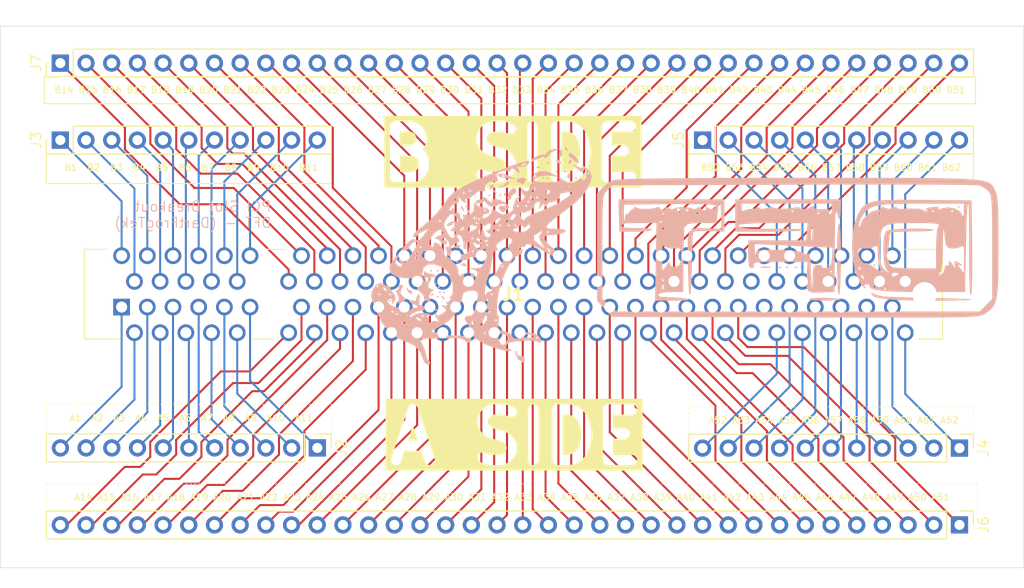
<source format=kicad_pcb>
(kicad_pcb (version 20241229) (generator "pcbnew") (generator_version "9.0")
  (layers (0 "F.Cu" signal) (2 "B.Cu" signal) (13 "F.Paste" user) (15 "B.Paste" user) (5 "F.SilkS" user "F.Silkscreen") (7 "B.SilkS" user "B.Silkscreen") (1 "F.Mask" user) (3 "B.Mask" user) (25 "Edge.Cuts" user))
  (net 0 "")
  (net 1 "Net-(J5-Pin_8)")
  (net 2 "Net-(J1-TDO)")
  (net 3 "Net-(J7-Pin_21)")
  (net 4 "Net-(J1-AD[01])")
  (net 5 "Net-(J1-~{C{slash}BE#[0]})")
  (net 6 "Net-(J1-C{slash}BE#[3])")
  (net 7 "Net-(J6-Pin_2)")
  (net 8 "Net-(J1-~{PERR#})")
  (net 9 "Net-(J7-Pin_4)")
  (net 10 "Net-(J1-~{FRAME#})")
  (net 11 "Net-(J5-Pin_6)")
  (net 12 "Net-(J4-Pin_10)")
  (net 13 "Net-(J3-Pin_5)")
  (net 14 "Net-(J6-Pin_20)")
  (net 15 "Net-(J1-~{REQ#})")
  (net 16 "Net-(J1-AD[28])")
  (net 17 "Net-(J6-Pin_9)")
  (net 18 "Net-(J1-AD[17])")
  (net 19 "Net-(J1-~{ACK64#})")
  (net 20 "Net-(J1-AD[16])")
  (net 21 "Net-(J1-AD[20])")
  (net 22 "Net-(J1-+12V)")
  (net 23 "Net-(J1-~{INTA#})")
  (net 24 "Net-(J2-Pin_1)")
  (net 25 "Net-(J6-Pin_15)")
  (net 26 "Net-(J1-~{LOCK#})")
  (net 27 "Net-(J1-AD[22])")
  (net 28 "Net-(J1-AD[03])")
  (net 29 "Net-(J1-IDSEL)")
  (net 30 "Net-(J6-Pin_11)")
  (net 31 "Net-(J1-AD[23])")
  (net 32 "Net-(J1-AD[29])")
  (net 33 "Net-(J3-Pin_3)")
  (net 34 "Net-(J1-AD[14])")
  (net 35 "Net-(J1-AD[07])")
  (net 36 "Net-(J5-Pin_3)")
  (net 37 "Net-(J1-AD[13])")
  (net 38 "Net-(J2-Pin_3)")
  (net 39 "Net-(J1-AD[06])")
  (net 40 "Net-(J7-Pin_30)")
  (net 41 "Net-(J1-~{IRDY#})")
  (net 42 "Net-(J1-AD[15])")
  (net 43 "Net-(J1-AD[10])")
  (net 44 "Net-(J7-Pin_6)")
  (net 45 "Net-(J1-PAR)")
  (net 46 "Net-(J1-AD[27])")
  (net 47 "Net-(J1-M66EN)")
  (net 48 "Net-(J1-~{PRSNT1#})")
  (net 49 "Net-(J1-AD[09])")
  (net 50 "Net-(J1-AD[11])")
  (net 51 "Net-(J1-~{INTC#})")
  (net 52 "Net-(J1-AD[25])")
  (net 53 "Net-(J1-~{SERR#})")
  (net 54 "Net-(J2-Pin_2)")
  (net 55 "Net-(J1-~{C{slash}BE#[2]})")
  (net 56 "Net-(J1-AD[04])")
  (net 57 "Net-(J7-Pin_18)")
  (net 58 "Net-(J7-Pin_15)")
  (net 59 "Net-(J1--12V)")
  (net 60 "Net-(J7-Pin_23)")
  (net 61 "Net-(J1-AD[24])")
  (net 62 "Net-(J1-AD[31])")
  (net 63 "Net-(J1-AD[05])")
  (net 64 "Net-(J7-Pin_28)")
  (net 65 "Net-(J7-Pin_9)")
  (net 66 "Net-(J1-~{RST#})")
  (net 67 "Net-(J1-~{REQ64#})")
  (net 68 "Net-(J6-Pin_23)")
  (net 69 "Net-(J6-Pin_8)")
  (net 70 "Net-(J6-Pin_26)")
  (net 71 "Net-(J6-Pin_5)")
  (net 72 "Net-(J1-~{TRDY#})")
  (net 73 "Net-(J6-Pin_10)")
  (net 74 "Net-(J1-~{INTD#})")
  (net 75 "Net-(J7-Pin_25)")
  (net 76 "Net-(J1-AD[26])")
  (net 77 "Net-(J2-Pin_4)")
  (net 78 "Net-(J1-~{STOP#})")
  (net 79 "Net-(J3-Pin_10)")
  (net 80 "Net-(J4-Pin_7)")
  (net 81 "Net-(J1-AD[02])")
  (net 82 "Net-(J2-Pin_7)")
  (net 83 "Net-(J7-Pin_1)")
  (net 84 "Net-(J1-~{GNT#})")
  (net 85 "Net-(J1-~{INTB#})")
  (net 86 "Net-(J1-TMS)")
  (net 87 "Net-(J1-~{TRST#})")
  (net 88 "Net-(J1-~{PRSNT2#})")
  (net 89 "Net-(J1-TDI)")
  (net 90 "Net-(J4-Pin_1)")
  (net 91 "Net-(J6-Pin_32)")
  (net 92 "Net-(J1-AD[18])")
  (net 93 "Net-(J7-Pin_2)")
  (net 94 "Net-(J1-CLK)")
  (net 95 "Net-(J1-~{C{slash}BE#[1]})")
  (net 96 "Net-(J4-Pin_4)")
  (net 97 "Net-(J5-Pin_11)")
  (net 98 "Net-(J1-AD[19])")
  (net 99 "Net-(J6-Pin_13)")
  (net 100 "Net-(J1-~{DEVSEL#})")
  (net 101 "Net-(J7-Pin_12)")
  (net 102 "Net-(J1-3.3VAUX)")
  (net 103 "Net-(J1-TCK)")
  (net 104 "Net-(J1-PME#)")
  (net 105 "Net-(J6-Pin_17)")
  (net 106 "Net-(J6-Pin_29)")
  (net 107 "Net-(J4-Pin_2)")
  (net 108 "Net-(J1-AD[30])")
  (net 109 "Net-(J7-Pin_33)")
  (net 110 "Net-(J6-Pin_34)")
  (net 111 "Net-(J3-Pin_6)")
  (net 112 "Net-(J1-AD[12])")
  (net 113 "Net-(J1-AD[21])")
  (net 114 "Net-(J5-Pin_10)")
  (net 115 "Net-(J1-AD[08])")
  (net 116 "Net-(J1-AD[00])")
  (footprint "PCI_Slot:51451541" (layer "F.Cu") (at 122 98.2)
    (property "Reference" "J1")
    (property "Value" "Bus_PCI_32bit_Universal_Slot" (hide yes))
  )
  (footprint "Connector_PinHeader_2.54mm:PinHeader_1x11_P2.54mm_Vertical" (layer "F.Cu") (at 179.44 81.68 90)
    (property "Reference" "J5")
    (property "Value" "Conn_01x11_Pin")
  )
  (footprint "Connector_PinHeader_2.54mm:PinHeader_1x36_P2.54mm_Vertical" (layer "F.Cu") (at 115.94 74.06 90)
    (property "Reference" "J7")
    (property "Value" "Conn_01x36_Pin")
  )
  (footprint "Connector_PinHeader_2.54mm:PinHeader_1x11_P2.54mm_Vertical" (layer "F.Cu") (at 204.84 112.16 -90)
    (property "Reference" "J4")
    (property "Value" "Conn_01x11_Pin")
  )
  (footprint "Connector_PinHeader_2.54mm:PinHeader_1x36_P2.54mm_Vertical" (layer "F.Cu") (at 204.84 119.76 -90)
    (property "Reference" "J6")
    (property "Value" "Conn_01x36_Pin")
  )
  (footprint "Connector_PinHeader_2.54mm:PinHeader_1x11_P2.54mm_Vertical" (layer "F.Cu") (at 141.35 112.14 -90)
    (property "Reference" "J2")
    (property "Value" "Conn_01x11_Pin")
  )
  (footprint "Connector_PinHeader_2.54mm:PinHeader_1x11_P2.54mm_Vertical" (layer "F.Cu") (at 115.94 81.68 90)
    (property "Reference" "J3")
    (property "Value" "Conn_01x11_Pin")
  )
  (footprint "DFT:DFT_SS_Small" (layer "B.Cu") (at 157.63 92.69 180)
    (property "Reference" "G***" (hide yes))
    (property "Value" "LOGO" (hide yes))
  )
  (footprint "DFT:DFT_Logo_Small" (layer "B.Cu") (at 188.859999 92.664862 180)
    (property "Reference" "G***" (hide yes))
    (property "Value" "LOGO" (hide yes))
  )
  (gr_line (start 211.2 70.4) (end 110 70.4) (stroke (width 0.05)) (layer "Edge.Cuts"))
  (gr_line (start 110 124) (end 110 70.4) (stroke (width 0.05)) (layer "Edge.Cuts"))
  (gr_line (start 211.2 124) (end 110 124) (stroke (width 0.05)) (layer "Edge.Cuts"))
  (gr_line (start 211.2 124) (end 211.2 70.4) (stroke (width 0.05)) (layer "Edge.Cuts"))
  (gr_text "B SIDE" (at 147.18 86 0) (layer "F.SilkS" knockout) (effects (font (size 5 5) (thickness 1) (bold yes)) (justify left bottom)))
  (gr_text "A SIDE" (at 148 114 -0) (layer "F.SilkS" knockout) (effects (font (size 5 5) (thickness 1) (bold yes)) (justify left bottom)))
  (gr_text "PCI Slot Breakout\nDFT - (DartFrogTek)" (at 136.86 90.45 0) (layer "B.SilkS") (effects (font (size 1 1) (thickness 0.1)) (justify left bottom mirror)))
  (gr_text_box "A14 A15 A16 A17 A18 A19 A20 A21 A22 A23 A24 A25 A26 A27 A28 A29 A30 A31 A32 A33 A34 A35 A36 A37 A38 A39 A40 A41 A42 A43 A44 A45 A46 A47 A48 A49 A50 A51" (start 114.56 115.68) (end 206.64 118.38) (margins 1.0025 1.0025 1.0025 1.0025) (layer "F.SilkS") (effects (font (size 0.65 0.65) (thickness 0.1)) (justify top)) (border yes) (stroke (width 0.1) (type dot)))
  (gr_text_box " B1  B2  B3  B4  B5  B6  B7  B8  B9  B10  B11" (start 114.56 83.06) (end 142.72 85.98) (margins 1.0025 1.0025 1.0025 1.0025) (layer "F.SilkS") (effects (font (size 0.65 0.65) (thickness 0.1)) (justify top)) (border yes) (stroke (width 0.1)))
  (gr_text_box " A1  A2  A3  A4  A5  A6  A7  A8  A9  A10  A11" (start 114.56 107.84) (end 142.72 110.76) (margins 1.0025 1.0025 1.0025 1.0025) (layer "F.SilkS") (effects (font (size 0.65 0.65) (thickness 0.1)) (justify top)) (border yes) (stroke (width 0.1) (type dot)))
  (gr_text_box " A52 A53 A54 A55 A56 A57 A58 A59 A60 A61 A62" (start 178.07 108.07) (end 206.23 110.77) (margins 1.0025 1.0025 1.0025 1.0025) (layer "F.SilkS") (effects (font (size 0.65 0.65) (thickness 0.1)) (justify top)) (border yes) (stroke (width 0.1) (type dot)))
  (gr_text_box "B14 B15 B16 B17 B18 B19 B20 B21 B22 B23 B24 B25 B26 B27 B28 B29 B30 B31 B32 B33 B34 B35 B36 B37 B38 B39 B40 B41 B42 B43 B44 B45 B46 B47 B48 B49 B50 B51" (start 114.35 75.38) (end 206.43 78.08) (margins 1.0025 1.0025 1.0025 1.0025) (layer "F.SilkS") (effects (font (size 0.65 0.65) (thickness 0.1)) (justify top)) (border yes) (stroke (width 0.1)))
  (gr_text_box "B52 B53 B54 B55 B56 B57 B58 B59 B60 B61 B62" (start 178.06 83.06) (end 206.22 85.76) (margins 1.0025 1.0025 1.0025 1.0025) (layer "F.SilkS") (effects (font (size 0.65 0.65) (thickness 0.1)) (justify top)) (border yes) (stroke (width 0.1)))
  (segment (start 195.665 83.235) (end 197.22 81.68) (width 0.2) (layer "B.Cu") (net 1))
  (segment (start 195.665 93.12) (end 195.665 83.235) (width 0.2) (layer "B.Cu") (net 1))
  (segment (start 123.56 81.68) (end 125.81 83.93) (width 0.2) (layer "B.Cu") (net 2))
  (segment (start 125.81 83.93) (end 125.81 95.66) (width 0.2) (layer "B.Cu") (net 2))
  (segment (start 166.74 74.06) (end 163.915 76.885) (width 0.2) (layer "F.Cu") (net 3))
  (segment (start 163.915 76.885) (end 163.915 95.66) (width 0.2) (layer "F.Cu") (net 3))
  (segment (start 194.395 81.965) (end 194.68 81.68) (width 0.2) (layer "B.Cu") (net 4))
  (segment (start 194.395 95.66) (end 194.395 81.965) (width 0.2) (layer "B.Cu") (net 4))
  (segment (start 186.775 104.825) (end 186.775 100.74) (width 0.2) (layer "B.Cu") (net 5))
  (segment (start 179.44 112.16) (end 186.775 104.825) (width 0.2) (layer "B.Cu") (net 5))
  (segment (start 146.42 74.06) (end 153.755 81.395) (width 0.2) (layer "F.Cu") (net 6))
  (segment (start 153.755 81.395) (end 153.755 95.66) (width 0.2) (layer "F.Cu") (net 6))
  (segment (start 187.86 103.03) (end 183.66 103.03) (width 0.2) (layer "F.Cu") (net 7))
  (segment (start 195.95 111.12) (end 187.86 103.03) (width 0.2) (layer "F.Cu") (net 7))
  (segment (start 195.95 113.41) (end 195.95 111.12) (width 0.2) (layer "F.Cu") (net 7))
  (segment (start 202.3 119.76) (end 195.95 113.41) (width 0.2) (layer "F.Cu") (net 7))
  (segment (start 183.66 103.03) (end 181.695 101.065) (width 0.2) (layer "F.Cu") (net 7))
  (segment (start 181.695 101.065) (end 181.695 100.74) (width 0.2) (layer "F.Cu") (net 7))
  (segment (start 171.535 84.505) (end 181.98 74.06) (width 0.2) (layer "F.Cu") (net 8))
  (segment (start 171.535 95.66) (end 171.535 84.505) (width 0.2) (layer "F.Cu") (net 8))
  (segment (start 131.49 84.04) (end 133.93 84.04) (width 0.2) (layer "F.Cu") (net 9))
  (segment (start 142.325 92.435) (end 142.325 93.12) (width 0.2) (layer "F.Cu") (net 9))
  (segment (start 133.93 84.04) (end 142.325 92.435) (width 0.2) (layer "F.Cu") (net 9))
  (segment (start 123.56 74.06) (end 129.91 80.41) (width 0.2) (layer "F.Cu") (net 9))
  (segment (start 129.91 80.41) (end 129.91 82.46) (width 0.2) (layer "F.Cu") (net 9))
  (segment (start 129.91 82.46) (end 131.49 84.04) (width 0.2) (layer "F.Cu") (net 9))
  (segment (start 163.915 116.935) (end 163.915 100.74) (width 0.2) (layer "F.Cu") (net 10))
  (segment (start 166.74 119.76) (end 163.915 116.935) (width 0.2) (layer "F.Cu") (net 10))
  (segment (start 192.14 81.68) (end 193.125 82.665) (width 0.2) (layer "B.Cu") (net 11))
  (segment (start 193.125 82.665) (end 193.125 93.12) (width 0.2) (layer "B.Cu") (net 11))
  (segment (start 181.98 112.16) (end 188.045 106.095) (width 0.2) (layer "B.Cu") (net 12))
  (segment (start 188.045 106.095) (end 188.045 98.2) (width 0.2) (layer "B.Cu") (net 12))
  (segment (start 127.08 82.66) (end 127.08 93.12) (width 0.2) (layer "B.Cu") (net 13))
  (segment (start 126.1 81.68) (end 127.08 82.66) (width 0.2) (layer "B.Cu") (net 13))
  (segment (start 158.835 117.505) (end 158.835 100.74) (width 0.2) (layer "F.Cu") (net 14))
  (segment (start 156.58 119.76) (end 158.835 117.505) (width 0.2) (layer "F.Cu") (net 14))
  (segment (start 132.45 80.41) (end 132.45 82.48) (width 0.2) (layer "F.Cu") (net 15))
  (segment (start 143.595 92.499645) (end 143.595 95.66) (width 0.2) (layer "F.Cu") (net 15))
  (segment (start 126.1 74.06) (end 132.45 80.41) (width 0.2) (layer "F.Cu") (net 15))
  (segment (start 133 83.03) (end 134.125355 83.03) (width 0.2) (layer "F.Cu") (net 15))
  (segment (start 132.45 82.48) (end 133 83.03) (width 0.2) (layer "F.Cu") (net 15))
  (segment (start 134.125355 83.03) (end 143.595 92.499645) (width 0.2) (layer "F.Cu") (net 15))
  (segment (start 138.96 118.44) (end 148.675 108.725) (width 0.2) (layer "F.Cu") (net 16))
  (segment (start 136.26 119.76) (end 137.58 118.44) (width 0.2) (layer "F.Cu") (net 16))
  (segment (start 137.58 118.44) (end 138.96 118.44) (width 0.2) (layer "F.Cu") (net 16))
  (segment (start 148.675 108.725) (end 148.675 100.74) (width 0.2) (layer "F.Cu") (net 16))
  (segment (start 184.52 119.76) (end 172.805 108.045) (width 0.2) (layer "F.Cu") (net 17))
  (segment (start 172.805 108.045) (end 172.805 98.2) (width 0.2) (layer "F.Cu") (net 17))
  (segment (start 161.66 74.06) (end 161.375 74.345) (width 0.2) (layer "F.Cu") (net 18))
  (segment (start 161.375 74.345) (end 161.375 95.66) (width 0.2) (layer "F.Cu") (net 18))
  (segment (start 196.935 84.505) (end 196.935 95.66) (width 0.2) (layer "B.Cu") (net 19))
  (segment (start 199.76 81.68) (end 196.935 84.505) (width 0.2) (layer "B.Cu") (net 19))
  (segment (start 161.66 119.76) (end 161.66 101.025) (width 0.2) (layer "F.Cu") (net 20))
  (segment (start 161.66 101.025) (end 161.375 100.74) (width 0.2) (layer "F.Cu") (net 20))
  (segment (start 154.04 119.76) (end 157.565 116.235) (width 0.2) (layer "F.Cu") (net 21))
  (segment (start 157.565 116.235) (end 157.565 98.2) (width 0.2) (layer "F.Cu") (net 21))
  (segment (start 123.27 100.74) (end 123.27 107.36) (width 0.2) (layer "B.Cu") (net 22))
  (segment (start 123.27 107.36) (end 118.49 112.14) (width 0.2) (layer "B.Cu") (net 22))
  (segment (start 128.65 101.04) (end 128.35 100.74) (width 0.2) (layer "B.Cu") (net 23))
  (segment (start 128.65 112.14) (end 128.65 101.04) (width 0.2) (layer "B.Cu") (net 23))
  (segment (start 141.35 112.14) (end 134.7 105.49) (width 0.2) (layer "B.Cu") (net 24))
  (segment (start 134.7 105.49) (end 134.7 98.2) (width 0.2) (layer "B.Cu") (net 24))
  (segment (start 169.28 119.76) (end 165.185 115.665) (width 0.2) (layer "F.Cu") (net 25))
  (segment (start 165.185 115.665) (end 165.185 98.2) (width 0.2) (layer "F.Cu") (net 25))
  (segment (start 170.265 83.235) (end 170.265 93.12) (width 0.2) (layer "F.Cu") (net 26))
  (segment (start 179.44 74.06) (end 170.265 83.235) (width 0.2) (layer "F.Cu") (net 26))
  (segment (start 151.5 119.76) (end 156.295 114.965) (width 0.2) (layer "F.Cu") (net 27))
  (segment (start 156.295 114.965) (end 156.295 100.74) (width 0.2) (layer "F.Cu") (net 27))
  (segment (start 191.855 83.935) (end 189.6 81.68) (width 0.2) (layer "B.Cu") (net 28))
  (segment (start 191.855 95.66) (end 191.855 83.935) (width 0.2) (layer "B.Cu") (net 28))
  (segment (start 146.42 119.76) (end 153.755 112.425) (width 0.2) (layer "F.Cu") (net 29))
  (segment (start 153.755 112.425) (end 153.755 100.74) (width 0.2) (layer "F.Cu") (net 29))
  (segment (start 170.265 110.585) (end 170.265 98.2) (width 0.2) (layer "F.Cu") (net 30))
  (segment (start 179.44 119.76) (end 170.265 110.585) (width 0.2) (layer "F.Cu") (net 30))
  (segment (start 155.025 80.125) (end 155.025 93.12) (width 0.2) (layer "F.Cu") (net 31))
  (segment (start 148.96 74.06) (end 155.025 80.125) (width 0.2) (layer "F.Cu") (net 31))
  (segment (start 140.07 84.79) (end 147.405 92.125) (width 0.2) (layer "F.Cu") (net 32))
  (segment (start 133.72 74.06) (end 140.07 80.41) (width 0.2) (layer "F.Cu") (net 32))
  (segment (start 140.07 80.41) (end 140.07 84.79) (width 0.2) (layer "F.Cu") (net 32))
  (segment (start 147.405 92.125) (end 147.405 93.12) (width 0.2) (layer "F.Cu") (net 32))
  (segment (start 121.02 81.68) (end 124.54 85.2) (width 0.2) (layer "B.Cu") (net 33))
  (segment (start 124.54 85.2) (end 124.54 93.12) (width 0.2) (layer "B.Cu") (net 33))
  (segment (start 188.33 82.41) (end 177.885 92.855) (width 0.2) (layer "F.Cu") (net 34))
  (segment (start 188.33 80.41) (end 188.33 82.41) (width 0.2) (layer "F.Cu") (net 34))
  (segment (start 194.68 74.06) (end 188.33 80.41) (width 0.2) (layer "F.Cu") (net 34))
  (segment (start 177.885 92.855) (end 177.885 93.12) (width 0.2) (layer "F.Cu") (net 34))
  (segment (start 188.045 93.12) (end 188.045 87.745) (width 0.2) (layer "B.Cu") (net 35))
  (segment (start 188.045 87.745) (end 181.98 81.68) (width 0.2) (layer "B.Cu") (net 35))
  (segment (start 189.315 95.66) (end 189.315 86.475) (width 0.2) (layer "B.Cu") (net 36))
  (segment (start 189.315 86.475) (end 184.52 81.68) (width 0.2) (layer "B.Cu") (net 36))
  (segment (start 197.22 119.76) (end 190.89 113.43) (width 0.2) (layer "F.Cu") (net 37))
  (segment (start 182.81 104.74) (end 179.155 101.085) (width 0.2) (layer "F.Cu") (net 37))
  (segment (start 190.89 111.24) (end 184.39 104.74) (width 0.2) (layer "F.Cu") (net 37))
  (segment (start 184.39 104.74) (end 182.81 104.74) (width 0.2) (layer "F.Cu") (net 37))
  (segment (start 179.155 101.085) (end 179.155 100.74) (width 0.2) (layer "F.Cu") (net 37))
  (segment (start 190.89 113.43) (end 190.89 111.24) (width 0.2) (layer "F.Cu") (net 37))
  (segment (start 132.16 108.03) (end 132.16 98.2) (width 0.2) (layer "B.Cu") (net 38))
  (segment (start 136.27 112.14) (end 132.16 108.03) (width 0.2) (layer "B.Cu") (net 38))
  (segment (start 189.315 107.365) (end 189.315 100.74) (width 0.2) (layer "B.Cu") (net 39))
  (segment (start 184.52 112.16) (end 189.315 107.365) (width 0.2) (layer "B.Cu") (net 39))
  (segment (start 189.6 74.06) (end 183.26 80.4) (width 0.2) (layer "F.Cu") (net 40))
  (segment (start 183.26 84.53) (end 175.345 92.445) (width 0.2) (layer "F.Cu") (net 40))
  (segment (start 183.26 80.4) (end 183.26 84.53) (width 0.2) (layer "F.Cu") (net 40))
  (segment (start 175.345 92.445) (end 175.345 93.12) (width 0.2) (layer "F.Cu") (net 40))
  (segment (start 165.185 78.155) (end 165.185 93.12) (width 0.2) (layer "F.Cu") (net 41))
  (segment (start 169.28 74.06) (end 165.185 78.155) (width 0.2) (layer "F.Cu") (net 41))
  (segment (start 192.14 119.76) (end 185.8 113.42) (width 0.2) (layer "F.Cu") (net 42))
  (segment (start 176.615 101.285) (end 176.615 100.74) (width 0.2) (layer "F.Cu") (net 42))
  (segment (start 185.8 113.42) (end 185.8 110.47) (width 0.2) (layer "F.Cu") (net 42))
  (segment (start 185.8 110.47) (end 176.615 101.285) (width 0.2) (layer "F.Cu") (net 42))
  (segment (start 183.05 91.06) (end 181.695 92.415) (width 0.2) (layer "F.Cu") (net 43))
  (segment (start 195.94 82.04776) (end 186.92776 91.06) (width 0.2) (layer "F.Cu") (net 43))
  (segment (start 202.3 74.06) (end 195.94 80.42) (width 0.2) (layer "F.Cu") (net 43))
  (segment (start 181.695 92.415) (end 181.695 95.66) (width 0.2) (layer "F.Cu") (net 43))
  (segment (start 195.94 80.42) (end 195.94 82.04776) (width 0.2) (layer "F.Cu") (net 43))
  (segment (start 186.92776 91.06) (end 183.05 91.06) (width 0.2) (layer "F.Cu") (net 43))
  (segment (start 144.865 92.505) (end 144.865 93.12) (width 0.2) (layer "F.Cu") (net 44))
  (segment (start 134.99 82.63) (end 144.865 92.505) (width 0.2) (layer "F.Cu") (net 44))
  (segment (start 134.99 80.41) (end 134.99 82.63) (width 0.2) (layer "F.Cu") (net 44))
  (segment (start 128.64 74.06) (end 134.99 80.41) (width 0.2) (layer "F.Cu") (net 44))
  (segment (start 189.6 119.76) (end 183.27 113.43) (width 0.2) (layer "F.Cu") (net 45))
  (segment (start 183.27 113.43) (end 183.27 109.35) (width 0.2) (layer "F.Cu") (net 45))
  (segment (start 183.27 109.35) (end 175.345 101.425) (width 0.2) (layer "F.Cu") (net 45))
  (segment (start 175.345 101.425) (end 175.345 98.2) (width 0.2) (layer "F.Cu") (net 45))
  (segment (start 138.8 74.06) (end 149.945 85.205) (width 0.2) (layer "F.Cu") (net 46))
  (segment (start 149.945 85.205) (end 149.945 93.12) (width 0.2) (layer "F.Cu") (net 46))
  (segment (start 188.76776 91.76) (end 184.325 91.76) (width 0.2) (layer "F.Cu") (net 47))
  (segment (start 198.52 80.38) (end 198.52 82.00776) (width 0.2) (layer "F.Cu") (net 47))
  (segment (start 198.52 82.00776) (end 188.76776 91.76) (width 0.2) (layer "F.Cu") (net 47))
  (segment (start 184.325 91.76) (end 182.965 93.12) (width 0.2) (layer "F.Cu") (net 47))
  (segment (start 204.84 74.06) (end 198.52 80.38) (width 0.2) (layer "F.Cu") (net 47))
  (segment (start 132.16 85.78) (end 132.16 93.12) (width 0.2) (layer "B.Cu") (net 48))
  (segment (start 136.26 81.68) (end 132.16 85.78) (width 0.2) (layer "B.Cu") (net 48))
  (segment (start 189.44 102.16) (end 183.88 102.16) (width 0.2) (layer "F.Cu") (net 49))
  (segment (start 198.49 113.41) (end 198.49 111.21) (width 0.2) (layer "F.Cu") (net 49))
  (segment (start 183.88 102.16) (end 182.965 101.245) (width 0.2) (layer "F.Cu") (net 49))
  (segment (start 198.49 111.21) (end 189.44 102.16) (width 0.2) (layer "F.Cu") (net 49))
  (segment (start 183.65 98.2) (end 182.965 98.2) (width 0.2) (layer "F.Cu") (net 49))
  (segment (start 182.965 101.245) (end 182.965 98.2) (width 0.2) (layer "F.Cu") (net 49))
  (segment (start 204.84 119.76) (end 198.49 113.41) (width 0.2) (layer "F.Cu") (net 49))
  (segment (start 183.03 103.86) (end 180.425 101.255) (width 0.2) (layer "F.Cu") (net 50))
  (segment (start 193.38 111.09) (end 186.15 103.86) (width 0.2) (layer "F.Cu") (net 50))
  (segment (start 180.425 101.255) (end 180.425 98.2) (width 0.2) (layer "F.Cu") (net 50))
  (segment (start 186.15 103.86) (end 183.03 103.86) (width 0.2) (layer "F.Cu") (net 50))
  (segment (start 199.76 119.76) (end 193.38 113.38) (width 0.2) (layer "F.Cu") (net 50))
  (segment (start 193.38 113.38) (end 193.38 111.09) (width 0.2) (layer "F.Cu") (net 50))
  (segment (start 131.19 112.14) (end 129.62 110.57) (width 0.2) (layer "B.Cu") (net 51))
  (segment (start 129.62 110.57) (end 129.62 98.2) (width 0.2) (layer "B.Cu") (net 51))
  (segment (start 151.215 83.935) (end 151.215 95.66) (width 0.2) (layer "F.Cu") (net 52))
  (segment (start 141.34 74.06) (end 151.215 83.935) (width 0.2) (layer "F.Cu") (net 52))
  (segment (start 187.06 74.06) (end 180.74 80.38) (width 0.2) (layer "F.Cu") (net 53))
  (segment (start 174.075 91.925) (end 174.075 95.66) (width 0.2) (layer "F.Cu") (net 53))
  (segment (start 180.74 85.26) (end 174.075 91.925) (width 0.2) (layer "F.Cu") (net 53))
  (segment (start 180.74 80.38) (end 180.74 85.26) (width 0.2) (layer "F.Cu") (net 53))
  (segment (start 133.43 106.76) (end 133.43 100.74) (width 0.2) (layer "B.Cu") (net 54))
  (segment (start 138.81 112.14) (end 133.43 106.76) (width 0.2) (layer "B.Cu") (net 54))
  (segment (start 164.2 74.06) (end 162.645 75.615) (width 0.2) (layer "F.Cu") (net 55))
  (segment (start 162.645 75.615) (end 162.645 93.12) (width 0.2) (layer "F.Cu") (net 55))
  (segment (start 190.585 108.635) (end 190.585 98.2) (width 0.2) (layer "B.Cu") (net 56))
  (segment (start 187.06 112.16) (end 190.585 108.635) (width 0.2) (layer "B.Cu") (net 56))
  (segment (start 160.105 75.045) (end 160.105 93.12) (width 0.2) (layer "F.Cu") (net 57))
  (segment (start 159.12 74.06) (end 160.105 75.045) (width 0.2) (layer "F.Cu") (net 57))
  (segment (start 151.5 74.06) (end 156.295 78.855) (width 0.2) (layer "F.Cu") (net 58))
  (segment (start 156.295 78.855) (end 156.295 95.66) (width 0.2) (layer "F.Cu") (net 58))
  (segment (start 122 87.74) (end 122 93.12) (width 0.2) (layer "B.Cu") (net 59))
  (segment (start 115.94 81.68) (end 122 87.74) (width 0.2) (layer "B.Cu") (net 59))
  (segment (start 166.455 79.425) (end 166.455 95.66) (width 0.2) (layer "F.Cu") (net 60))
  (segment (start 171.82 74.06) (end 166.455 79.425) (width 0.2) (layer "F.Cu") (net 60))
  (segment (start 152.485 111.155) (end 152.485 98.2) (width 0.2) (layer "F.Cu") (net 61))
  (segment (start 143.88 119.76) (end 152.485 111.155) (width 0.2) (layer "F.Cu") (net 61))
  (segment (start 137.54 80.42) (end 137.54 83.67) (width 0.2) (layer "F.Cu") (net 62))
  (segment (start 131.18 74.06) (end 137.54 80.42) (width 0.2) (layer "F.Cu") (net 62))
  (segment (start 137.54 83.67) (end 146.135 92.265) (width 0.2) (layer "F.Cu") (net 62))
  (segment (start 146.135 92.265) (end 146.135 95.66) (width 0.2) (layer "F.Cu") (net 62))
  (segment (start 187.06 81.68) (end 190.585 85.205) (width 0.2) (layer "B.Cu") (net 63))
  (segment (start 190.585 85.205) (end 190.585 93.12) (width 0.2) (layer "B.Cu") (net 63))
  (segment (start 177.87 86.37) (end 172.805 91.435) (width 0.2) (layer "F.Cu") (net 64))
  (segment (start 184.52 74.06) (end 177.87 80.71) (width 0.2) (layer "F.Cu") (net 64))
  (segment (start 177.87 80.71) (end 177.87 86.37) (width 0.2) (layer "F.Cu") (net 64))
  (segment (start 172.805 91.435) (end 172.805 93.12) (width 0.2) (layer "F.Cu") (net 64))
  (segment (start 148.675 92.195) (end 148.675 95.66) (width 0.2) (layer "F.Cu") (net 65))
  (segment (start 136.46 74.06) (end 142.88 80.48) (width 0.2) (layer "F.Cu") (net 65))
  (segment (start 136.26 74.06) (end 136.46 74.06) (width 0.2) (layer "F.Cu") (net 65))
  (segment (start 142.88 86.4) (end 148.675 92.195) (width 0.2) (layer "F.Cu") (net 65))
  (segment (start 142.88 80.48) (end 142.88 86.4) (width 0.2) (layer "F.Cu") (net 65))
  (segment (start 127.39 111.35) (end 133.02 105.72) (width 0.2) (layer "F.Cu") (net 66))
  (segment (start 119.1 119.76) (end 124.09 114.77) (width 0.2) (layer "F.Cu") (net 66))
  (segment (start 139.785 101.465) (end 139.785 98.2) (width 0.2) (layer "F.Cu") (net 66))
  (segment (start 127.39 112.8) (end 127.39 111.35) (width 0.2) (layer "F.Cu") (net 66))
  (segment (start 124.09 114.77) (end 125.42 114.77) (width 0.2) (layer "F.Cu") (net 66))
  (segment (start 125.42 114.77) (end 127.39 112.8) (width 0.2) (layer "F.Cu") (net 66))
  (segment (start 135.53 105.72) (end 139.785 101.465) (width 0.2) (layer "F.Cu") (net 66))
  (segment (start 133.02 105.72) (end 135.53 105.72) (width 0.2) (layer "F.Cu") (net 66))
  (segment (start 118.48 119.76) (end 119.1 119.76) (width 0.2) (layer "F.Cu") (net 66))
  (segment (start 199.76 112.16) (end 196.935 109.335) (width 0.2) (layer "B.Cu") (net 67))
  (segment (start 196.935 109.335) (end 196.935 100.74) (width 0.2) (layer "B.Cu") (net 67))
  (segment (start 148.96 119.76) (end 155.025 113.695) (width 0.2) (layer "F.Cu") (net 68))
  (segment (start 155.025 113.695) (end 155.025 98.2) (width 0.2) (layer "F.Cu") (net 68))
  (segment (start 180.71 107.95) (end 174.075 101.315) (width 0.2) (layer "F.Cu") (net 69))
  (segment (start 180.71 113.41) (end 180.71 107.95) (width 0.2) (layer "F.Cu") (net 69))
  (segment (start 187.06 119.76) (end 180.71 113.41) (width 0.2) (layer "F.Cu") (net 69))
  (segment (start 174.075 101.315) (end 174.075 100.74) (width 0.2) (layer "F.Cu") (net 69))
  (segment (start 151.215 109.885) (end 151.215 100.74) (width 0.2) (layer "F.Cu") (net 70))
  (segment (start 141.34 119.76) (end 151.215 109.885) (width 0.2) (layer "F.Cu") (net 70))
  (segment (start 188.34 111.8) (end 177.885 101.345) (width 0.2) (layer "F.Cu") (net 71))
  (segment (start 177.885 101.345) (end 177.885 98.2) (width 0.2) (layer "F.Cu") (net 71))
  (segment (start 188.34 113.42) (end 188.34 111.8) (width 0.2) (layer "F.Cu") (net 71))
  (segment (start 194.68 119.76) (end 188.34 113.42) (width 0.2) (layer "F.Cu") (net 71))
  (segment (start 171.82 119.76) (end 166.455 114.395) (width 0.2) (layer "F.Cu") (net 72))
  (segment (start 166.455 114.395) (end 166.455 100.74) (width 0.2) (layer "F.Cu") (net 72))
  (segment (start 171.535 109.315) (end 171.535 100.74) (width 0.2) (layer "F.Cu") (net 73))
  (segment (start 181.98 119.76) (end 171.535 109.315) (width 0.2) (layer "F.Cu") (net 73))
  (segment (start 133.72 81.68) (end 130.89 84.51) (width 0.2) (layer "B.Cu") (net 74))
  (segment (start 130.89 84.51) (end 130.89 95.66) (width 0.2) (layer "B.Cu") (net 74))
  (segment (start 168.995 81.965) (end 168.995 95.66) (width 0.2) (layer "F.Cu") (net 75))
  (segment (start 176.9 74.06) (end 168.995 81.965) (width 0.2) (layer "F.Cu") (net 75))
  (segment (start 149.945 109.345) (end 149.945 98.2) (width 0.2) (layer "F.Cu") (net 76))
  (segment (start 138.8 119.76) (end 139.53 119.76) (width 0.2) (layer "F.Cu") (net 76))
  (segment (start 139.53 119.76) (end 149.945 109.345) (width 0.2) (layer "F.Cu") (net 76))
  (segment (start 133.73 112.14) (end 130.89 109.3) (width 0.2) (layer "B.Cu") (net 77))
  (segment (start 130.89 109.3) (end 130.89 100.74) (width 0.2) (layer "B.Cu") (net 77))
  (segment (start 176.9 119.76) (end 168.995 111.855) (width 0.2) (layer "F.Cu") (net 78))
  (segment (start 168.995 111.855) (end 168.995 100.74) (width 0.2) (layer "F.Cu") (net 78))
  (segment (start 133.43 87.05) (end 133.43 95.66) (width 0.2) (layer "B.Cu") (net 79))
  (segment (start 138.8 81.68) (end 133.43 87.05) (width 0.2) (layer "B.Cu") (net 79))
  (segment (start 191.855 109.905) (end 191.855 100.74) (width 0.2) (layer "B.Cu") (net 80))
  (segment (start 189.6 112.16) (end 191.855 109.905) (width 0.2) (layer "B.Cu") (net 80))
  (segment (start 193.125 111.175) (end 193.125 98.2) (width 0.2) (layer "B.Cu") (net 81))
  (segment (start 192.14 112.16) (end 193.125 111.175) (width 0.2) (layer "B.Cu") (net 81))
  (segment (start 127.08 98.2) (end 127.08 111.17) (width 0.2) (layer "B.Cu") (net 82))
  (segment (start 127.08 111.17) (end 126.11 112.14) (width 0.2) (layer "B.Cu") (net 82))
  (segment (start 122.33 80.45) (end 122.33 82.61) (width 0.2) (layer "F.Cu") (net 83))
  (segment (start 122.33 82.61) (end 127.75 88.03) (width 0.2) (layer "F.Cu") (net 83))
  (segment (start 127.75 88.03) (end 132.051726 88.03) (width 0.2) (layer "F.Cu") (net 83))
  (segment (start 132.051726 88.03) (end 138.515 94.493274) (width 0.2) (layer "F.Cu") (net 83))
  (segment (start 115.94 74.06) (end 122.33 80.45) (width 0.2) (layer "F.Cu") (net 83))
  (segment (start 138.515 94.493274) (end 138.515 95.66) (width 0.2) (layer "F.Cu") (net 83))
  (segment (start 128.14 115.67) (end 124.05 119.76) (width 0.2) (layer "F.Cu") (net 84))
  (segment (start 142.325 98.2) (end 142.325 101.465) (width 0.2) (layer "F.Cu") (net 84))
  (segment (start 124.05 119.76) (end 123.56 119.76) (width 0.2) (layer "F.Cu") (net 84))
  (segment (start 132.47 112.88) (end 129.68 115.67) (width 0.2) (layer "F.Cu") (net 84))
  (segment (start 142.325 101.465) (end 132.47 111.32) (width 0.2) (layer "F.Cu") (net 84))
  (segment (start 132.47 111.32) (end 132.47 112.88) (width 0.2) (layer "F.Cu") (net 84))
  (segment (start 129.68 115.67) (end 128.14 115.67) (width 0.2) (layer "F.Cu") (net 84))
  (segment (start 131.18 81.68) (end 129.62 83.24) (width 0.2) (layer "B.Cu") (net 85))
  (segment (start 129.62 83.24) (end 129.62 93.12) (width 0.2) (layer "B.Cu") (net 85))
  (segment (start 124.54 108.63) (end 121.03 112.14) (width 0.2) (layer "B.Cu") (net 86))
  (segment (start 124.54 98.2) (end 124.54 108.63) (width 0.2) (layer "B.Cu") (net 86))
  (segment (start 122 106.09) (end 115.95 112.14) (width 0.2) (layer "B.Cu") (net 87))
  (segment (start 122 98.2) (end 122 106.09) (width 0.2) (layer "B.Cu") (net 87))
  (segment (start 134.7 88.32) (end 134.7 93.12) (width 0.2) (layer "B.Cu") (net 88))
  (segment (start 141.34 81.68) (end 134.7 88.32) (width 0.2) (layer "B.Cu") (net 88))
  (segment (start 125.81 100.74) (end 125.81 109.9) (width 0.2) (layer "B.Cu") (net 89))
  (segment (start 125.81 109.9) (end 123.57 112.14) (width 0.2) (layer "B.Cu") (net 89))
  (segment (start 199.475 106.795) (end 199.475 100.74) (width 0.2) (layer "B.Cu") (net 90))
  (segment (start 204.84 112.16) (end 199.475 106.795) (width 0.2) (layer "B.Cu") (net 90))
  (segment (start 126.51 119.76) (end 126.1 119.76) (width 0.2) (layer "F.Cu") (net 91))
  (segment (start 135.01 112.93) (end 132.14 115.8) (width 0.2) (layer "F.Cu") (net 91))
  (segment (start 132.14 115.8) (end 130.47 115.8) (width 0.2) (layer "F.Cu") (net 91))
  (segment (start 135.01 110.91) (end 135.01 112.93) (width 0.2) (layer "F.Cu") (net 91))
  (segment (start 143.595 100.74) (end 143.595 102.325) (width 0.2) (layer "F.Cu") (net 91))
  (segment (start 130.47 115.8) (end 126.51 119.76) (width 0.2) (layer "F.Cu") (net 91))
  (segment (start 143.595 102.325) (end 135.01 110.91) (width 0.2) (layer "F.Cu") (net 91))
  (segment (start 159.12 119.76) (end 160.105 118.775) (width 0.2) (layer "F.Cu") (net 92))
  (segment (start 160.105 118.775) (end 160.105 98.2) (width 0.2) (layer "F.Cu") (net 92))
  (segment (start 133.085 86.42) (end 139.785 93.12) (width 0.2) (layer "F.Cu") (net 93))
  (segment (start 118.48 74.06) (end 124.84 80.42) (width 0.2) (layer "F.Cu") (net 93))
  (segment (start 124.84 80.42) (end 124.84 82.04776) (width 0.2) (layer "F.Cu") (net 93))
  (segment (start 124.84 82.04776) (end 129.21224 86.42) (width 0.2) (layer "F.Cu") (net 93))
  (segment (start 129.21224 86.42) (end 133.085 86.42) (width 0.2) (layer "F.Cu") (net 93))
  (segment (start 133.45 85) (end 141.055 92.605) (width 0.2) (layer "F.Cu") (net 94))
  (segment (start 127.4 80.44) (end 127.4 82.58) (width 0.2) (layer "F.Cu") (net 94))
  (segment (start 141.055 92.605) (end 141.055 95.66) (width 0.2) (layer "F.Cu") (net 94))
  (segment (start 121.02 74.06) (end 127.4 80.44) (width 0.2) (layer "F.Cu") (net 94))
  (segment (start 127.4 82.58) (end 129.82 85) (width 0.2) (layer "F.Cu") (net 94))
  (segment (start 129.82 85) (end 133.45 85) (width 0.2) (layer "F.Cu") (net 94))
  (segment (start 176.615 92.445) (end 176.615 95.66) (width 0.2) (layer "F.Cu") (net 95))
  (segment (start 185.78 80.42) (end 185.78 83.28) (width 0.2) (layer "F.Cu") (net 95))
  (segment (start 192.14 74.06) (end 185.78 80.42) (width 0.2) (layer "F.Cu") (net 95))
  (segment (start 185.78 83.28) (end 176.615 92.445) (width 0.2) (layer "F.Cu") (net 95))
  (segment (start 197.22 112.16) (end 195.665 110.605) (width 0.2) (layer "B.Cu") (net 96))
  (segment (start 195.665 110.605) (end 195.665 98.2) (width 0.2) (layer "B.Cu") (net 96))
  (segment (start 199.475 95.66) (end 199.475 87.045) (width 0.2) (layer "B.Cu") (net 97))
  (segment (start 199.475 87.045) (end 204.84 81.68) (width 0.2) (layer "B.Cu") (net 97))
  (segment (start 156.58 74.06) (end 158.835 76.315) (width 0.2) (layer "F.Cu") (net 98))
  (segment (start 158.835 76.315) (end 158.835 95.66) (width 0.2) (layer "F.Cu") (net 98))
  (segment (start 167.725 113.125) (end 167.725 98.2) (width 0.2) (layer "F.Cu") (net 99))
  (segment (start 174.36 119.76) (end 167.725 113.125) (width 0.2) (layer "F.Cu") (net 99))
  (segment (start 174.36 74.06) (end 167.725 80.695) (width 0.2) (layer "F.Cu") (net 100))
  (segment (start 167.725 80.695) (end 167.725 93.12) (width 0.2) (layer "F.Cu") (net 100))
  (segment (start 152.485 82.665) (end 152.485 93.12) (width 0.2) (layer "F.Cu") (net 101))
  (segment (start 143.88 74.06) (end 152.485 82.665) (width 0.2) (layer "F.Cu") (net 101))
  (segment (start 131.81424 104.57) (end 124.83 111.55424) (width 0.2) (layer "F.Cu") (net 102))
  (segment (start 138.515 100.74) (end 134.685 104.57) (width 0.2) (layer "F.Cu") (net 102))
  (segment (start 124.83 111.55424) (end 124.83 113.02) (width 0.2) (layer "F.Cu") (net 102))
  (segment (start 122.31 114.02) (end 116.57 119.76) (width 0.2) (layer "F.Cu") (net 102))
  (segment (start 123.83 114.02) (end 122.31 114.02) (width 0.2) (layer "F.Cu") (net 102))
  (segment (start 134.685 104.57) (end 131.81424 104.57) (width 0.2) (layer "F.Cu") (net 102))
  (segment (start 124.83 113.02) (end 123.83 114.02) (width 0.2) (layer "F.Cu") (net 102))
  (segment (start 116.57 119.76) (end 115.94 119.76) (width 0.2) (layer "F.Cu") (net 102))
  (segment (start 123.27 86.47) (end 123.27 95.66) (width 0.2) (layer "B.Cu") (net 103))
  (segment (start 118.48 81.68) (end 123.27 86.47) (width 0.2) (layer "B.Cu") (net 103))
  (segment (start 144.865 103.545) (end 137.56 110.85) (width 0.2) (layer "F.Cu") (net 104))
  (segment (start 133.97 116.39) (end 132.01 116.39) (width 0.2) (layer "F.Cu") (net 104))
  (segment (start 144.865 98.2) (end 144.865 103.545) (width 0.2) (layer "F.Cu") (net 104))
  (segment (start 137.56 110.85) (end 137.56 112.8) (width 0.2) (layer "F.Cu") (net 104))
  (segment (start 137.56 112.8) (end 133.97 116.39) (width 0.2) (layer "F.Cu") (net 104))
  (segment (start 132.01 116.39) (end 128.64 119.76) (width 0.2) (layer "F.Cu") (net 104))
  (segment (start 164.2 119.76) (end 162.645 118.205) (width 0.2) (layer "F.Cu") (net 105))
  (segment (start 162.645 118.205) (end 162.645 98.2) (width 0.2) (layer "F.Cu") (net 105))
  (segment (start 137.99 117.8) (end 147.405 108.385) (width 0.2) (layer "F.Cu") (net 106))
  (segment (start 135.68 117.8) (end 137.99 117.8) (width 0.2) (layer "F.Cu") (net 106))
  (segment (start 133.72 119.76) (end 135.68 117.8) (width 0.2) (layer "F.Cu") (net 106))
  (segment (start 147.405 108.385) (end 147.405 98.2) (width 0.2) (layer "F.Cu") (net 106))
  (segment (start 198.205 108.065) (end 202.3 112.16) (width 0.2) (layer "B.Cu") (net 107))
  (segment (start 198.205 98.2) (end 198.205 108.065) (width 0.2) (layer "B.Cu") (net 107))
  (segment (start 133.82 117.12) (end 135.85 117.12) (width 0.2) (layer "F.Cu") (net 108))
  (segment (start 140.07 110.45) (end 146.135 104.385) (width 0.2) (layer "F.Cu") (net 108))
  (segment (start 140.07 112.9) (end 140.07 110.45) (width 0.2) (layer "F.Cu") (net 108))
  (segment (start 131.18 119.76) (end 133.82 117.12) (width 0.2) (layer "F.Cu") (net 108))
  (segment (start 135.85 117.12) (end 140.07 112.9) (width 0.2) (layer "F.Cu") (net 108))
  (segment (start 146.135 104.385) (end 146.135 100.74) (width 0.2) (layer "F.Cu") (net 108))
  (segment (start 190.751 80.529) (end 190.751 82.2269) (width 0.2) (layer "F.Cu") (net 109))
  (segment (start 183.1979 89.78) (end 181.99 89.78) (width 0.2) (layer "F.Cu") (net 109))
  (segment (start 190.751 82.2269) (end 183.1979 89.78) (width 0.2) (layer "F.Cu") (net 109))
  (segment (start 197.22 74.06) (end 190.751 80.529) (width 0.2) (layer "F.Cu") (net 109))
  (segment (start 179.155 92.615) (end 179.155 95.66) (width 0.2) (layer "F.Cu") (net 109))
  (segment (start 181.99 89.78) (end 179.155 92.615) (width 0.2) (layer "F.Cu") (net 109))
  (segment (start 141.055 100.74) (end 141.055 101.565) (width 0.2) (layer "F.Cu") (net 110))
  (segment (start 141.055 101.565) (end 136.09 106.53) (width 0.2) (layer "F.Cu") (net 110))
  (segment (start 127.71 115.2) (end 126.23 115.2) (width 0.2) (layer "F.Cu") (net 110))
  (segment (start 129.89 113.02) (end 127.71 115.2) (width 0.2) (layer "F.Cu") (net 110))
  (segment (start 134.92 106.53) (end 129.89 111.56) (width 0.2) (layer "F.Cu") (net 110))
  (segment (start 136.09 106.53) (end 134.92 106.53) (width 0.2) (layer "F.Cu") (net 110))
  (segment (start 129.89 111.56) (end 129.89 113.02) (width 0.2) (layer "F.Cu") (net 110))
  (segment (start 126.23 115.2) (end 121.67 119.76) (width 0.2) (layer "F.Cu") (net 110))
  (segment (start 121.67 119.76) (end 121.02 119.76) (width 0.2) (layer "F.Cu") (net 110))
  (segment (start 128.35 81.97) (end 128.35 95.66) (width 0.2) (layer "B.Cu") (net 111))
  (segment (start 128.64 81.68) (end 128.35 81.97) (width 0.2) (layer "B.Cu") (net 111))
  (segment (start 193.44 80.38) (end 193.44 82.00776) (width 0.2) (layer "F.Cu") (net 112))
  (segment (start 185.03776 90.41) (end 182.72 90.41) (width 0.2) (layer "F.Cu") (net 112))
  (segment (start 180.425 92.705) (end 180.425 93.12) (width 0.2) (layer "F.Cu") (net 112))
  (segment (start 193.44 82.00776) (end 185.03776 90.41) (width 0.2) (layer "F.Cu") (net 112))
  (segment (start 199.76 74.06) (end 193.44 80.38) (width 0.2) (layer "F.Cu") (net 112))
  (segment (start 182.72 90.41) (end 180.425 92.705) (width 0.2) (layer "F.Cu") (net 112))
  (segment (start 157.565 77.585) (end 157.565 93.12) (width 0.2) (layer "F.Cu") (net 113))
  (segment (start 154.04 74.06) (end 157.565 77.585) (width 0.2) (layer "F.Cu") (net 113))
  (segment (start 198.205 85.775) (end 198.205 93.12) (width 0.2) (layer "B.Cu") (net 114))
  (segment (start 202.3 81.68) (end 198.205 85.775) (width 0.2) (layer "B.Cu") (net 114))
  (segment (start 186.775 89.015) (end 186.775 95.66) (width 0.2) (layer "B.Cu") (net 115))
  (segment (start 179.44 81.68) (end 186.775 89.015) (width 0.2) (layer "B.Cu") (net 115))
  (segment (start 194.68 101.025) (end 194.395 100.74) (width 0.2) (layer "B.Cu") (net 116))
  (segment (start 194.68 112.16) (end 194.68 101.025) (width 0.2) (layer "B.Cu") (net 116))
)
</source>
